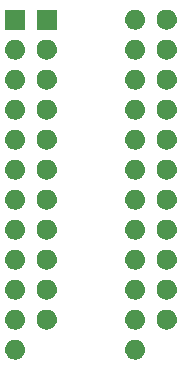
<source format=gbr>
G04 #@! TF.GenerationSoftware,KiCad,Pcbnew,(5.1.4)-1*
G04 #@! TF.CreationDate,2022-03-07T20:56:38-05:00*
G04 #@! TF.ProjectId,MB7074_to_MB7072,4d423730-3734-45f7-946f-5f4d42373037,rev?*
G04 #@! TF.SameCoordinates,Original*
G04 #@! TF.FileFunction,Soldermask,Bot*
G04 #@! TF.FilePolarity,Negative*
%FSLAX46Y46*%
G04 Gerber Fmt 4.6, Leading zero omitted, Abs format (unit mm)*
G04 Created by KiCad (PCBNEW (5.1.4)-1) date 2022-03-07 20:56:38*
%MOMM*%
%LPD*%
G04 APERTURE LIST*
%ADD10C,0.100000*%
G04 APERTURE END LIST*
D10*
G36*
X80826823Y-87676314D02*
G01*
X80987242Y-87724977D01*
X81119906Y-87795887D01*
X81135078Y-87803997D01*
X81264659Y-87910342D01*
X81371004Y-88039923D01*
X81371005Y-88039925D01*
X81450024Y-88187759D01*
X81498687Y-88348178D01*
X81515117Y-88515001D01*
X81498687Y-88681824D01*
X81450024Y-88842243D01*
X81379114Y-88974907D01*
X81371004Y-88990079D01*
X81264659Y-89119660D01*
X81135078Y-89226005D01*
X81135076Y-89226006D01*
X80987242Y-89305025D01*
X80826823Y-89353688D01*
X80701804Y-89366001D01*
X80618196Y-89366001D01*
X80493177Y-89353688D01*
X80332758Y-89305025D01*
X80184924Y-89226006D01*
X80184922Y-89226005D01*
X80055341Y-89119660D01*
X79948996Y-88990079D01*
X79940886Y-88974907D01*
X79869976Y-88842243D01*
X79821313Y-88681824D01*
X79804883Y-88515001D01*
X79821313Y-88348178D01*
X79869976Y-88187759D01*
X79948995Y-88039925D01*
X79948996Y-88039923D01*
X80055341Y-87910342D01*
X80184922Y-87803997D01*
X80200094Y-87795887D01*
X80332758Y-87724977D01*
X80493177Y-87676314D01*
X80618196Y-87664001D01*
X80701804Y-87664001D01*
X80826823Y-87676314D01*
X80826823Y-87676314D01*
G37*
G36*
X70666823Y-87676314D02*
G01*
X70827242Y-87724977D01*
X70959906Y-87795887D01*
X70975078Y-87803997D01*
X71104659Y-87910342D01*
X71211004Y-88039923D01*
X71211005Y-88039925D01*
X71290024Y-88187759D01*
X71338687Y-88348178D01*
X71355117Y-88515001D01*
X71338687Y-88681824D01*
X71290024Y-88842243D01*
X71219114Y-88974907D01*
X71211004Y-88990079D01*
X71104659Y-89119660D01*
X70975078Y-89226005D01*
X70975076Y-89226006D01*
X70827242Y-89305025D01*
X70666823Y-89353688D01*
X70541804Y-89366001D01*
X70458196Y-89366001D01*
X70333177Y-89353688D01*
X70172758Y-89305025D01*
X70024924Y-89226006D01*
X70024922Y-89226005D01*
X69895341Y-89119660D01*
X69788996Y-88990079D01*
X69780886Y-88974907D01*
X69709976Y-88842243D01*
X69661313Y-88681824D01*
X69644883Y-88515001D01*
X69661313Y-88348178D01*
X69709976Y-88187759D01*
X69788995Y-88039925D01*
X69788996Y-88039923D01*
X69895341Y-87910342D01*
X70024922Y-87803997D01*
X70040094Y-87795887D01*
X70172758Y-87724977D01*
X70333177Y-87676314D01*
X70458196Y-87664001D01*
X70541804Y-87664001D01*
X70666823Y-87676314D01*
X70666823Y-87676314D01*
G37*
G36*
X80826823Y-85136314D02*
G01*
X80987242Y-85184977D01*
X81119906Y-85255887D01*
X81135078Y-85263997D01*
X81264659Y-85370342D01*
X81371004Y-85499923D01*
X81371005Y-85499925D01*
X81450024Y-85647759D01*
X81498687Y-85808178D01*
X81515117Y-85975001D01*
X81498687Y-86141824D01*
X81450024Y-86302243D01*
X81379114Y-86434907D01*
X81371004Y-86450079D01*
X81264659Y-86579660D01*
X81135078Y-86686005D01*
X81135076Y-86686006D01*
X80987242Y-86765025D01*
X80826823Y-86813688D01*
X80701804Y-86826001D01*
X80618196Y-86826001D01*
X80493177Y-86813688D01*
X80332758Y-86765025D01*
X80184924Y-86686006D01*
X80184922Y-86686005D01*
X80055341Y-86579660D01*
X79948996Y-86450079D01*
X79940886Y-86434907D01*
X79869976Y-86302243D01*
X79821313Y-86141824D01*
X79804883Y-85975001D01*
X79821313Y-85808178D01*
X79869976Y-85647759D01*
X79948995Y-85499925D01*
X79948996Y-85499923D01*
X80055341Y-85370342D01*
X80184922Y-85263997D01*
X80200094Y-85255887D01*
X80332758Y-85184977D01*
X80493177Y-85136314D01*
X80618196Y-85124001D01*
X80701804Y-85124001D01*
X80826823Y-85136314D01*
X80826823Y-85136314D01*
G37*
G36*
X83501824Y-85136314D02*
G01*
X83662243Y-85184977D01*
X83794907Y-85255887D01*
X83810079Y-85263997D01*
X83939660Y-85370342D01*
X84046005Y-85499923D01*
X84046006Y-85499925D01*
X84125025Y-85647759D01*
X84173688Y-85808178D01*
X84190118Y-85975001D01*
X84173688Y-86141824D01*
X84125025Y-86302243D01*
X84054115Y-86434907D01*
X84046005Y-86450079D01*
X83939660Y-86579660D01*
X83810079Y-86686005D01*
X83810077Y-86686006D01*
X83662243Y-86765025D01*
X83501824Y-86813688D01*
X83376805Y-86826001D01*
X83293197Y-86826001D01*
X83168178Y-86813688D01*
X83007759Y-86765025D01*
X82859925Y-86686006D01*
X82859923Y-86686005D01*
X82730342Y-86579660D01*
X82623997Y-86450079D01*
X82615887Y-86434907D01*
X82544977Y-86302243D01*
X82496314Y-86141824D01*
X82479884Y-85975001D01*
X82496314Y-85808178D01*
X82544977Y-85647759D01*
X82623996Y-85499925D01*
X82623997Y-85499923D01*
X82730342Y-85370342D01*
X82859923Y-85263997D01*
X82875095Y-85255887D01*
X83007759Y-85184977D01*
X83168178Y-85136314D01*
X83293197Y-85124001D01*
X83376805Y-85124001D01*
X83501824Y-85136314D01*
X83501824Y-85136314D01*
G37*
G36*
X73341824Y-85136314D02*
G01*
X73502243Y-85184977D01*
X73634907Y-85255887D01*
X73650079Y-85263997D01*
X73779660Y-85370342D01*
X73886005Y-85499923D01*
X73886006Y-85499925D01*
X73965025Y-85647759D01*
X74013688Y-85808178D01*
X74030118Y-85975001D01*
X74013688Y-86141824D01*
X73965025Y-86302243D01*
X73894115Y-86434907D01*
X73886005Y-86450079D01*
X73779660Y-86579660D01*
X73650079Y-86686005D01*
X73650077Y-86686006D01*
X73502243Y-86765025D01*
X73341824Y-86813688D01*
X73216805Y-86826001D01*
X73133197Y-86826001D01*
X73008178Y-86813688D01*
X72847759Y-86765025D01*
X72699925Y-86686006D01*
X72699923Y-86686005D01*
X72570342Y-86579660D01*
X72463997Y-86450079D01*
X72455887Y-86434907D01*
X72384977Y-86302243D01*
X72336314Y-86141824D01*
X72319884Y-85975001D01*
X72336314Y-85808178D01*
X72384977Y-85647759D01*
X72463996Y-85499925D01*
X72463997Y-85499923D01*
X72570342Y-85370342D01*
X72699923Y-85263997D01*
X72715095Y-85255887D01*
X72847759Y-85184977D01*
X73008178Y-85136314D01*
X73133197Y-85124001D01*
X73216805Y-85124001D01*
X73341824Y-85136314D01*
X73341824Y-85136314D01*
G37*
G36*
X70666823Y-85136314D02*
G01*
X70827242Y-85184977D01*
X70959906Y-85255887D01*
X70975078Y-85263997D01*
X71104659Y-85370342D01*
X71211004Y-85499923D01*
X71211005Y-85499925D01*
X71290024Y-85647759D01*
X71338687Y-85808178D01*
X71355117Y-85975001D01*
X71338687Y-86141824D01*
X71290024Y-86302243D01*
X71219114Y-86434907D01*
X71211004Y-86450079D01*
X71104659Y-86579660D01*
X70975078Y-86686005D01*
X70975076Y-86686006D01*
X70827242Y-86765025D01*
X70666823Y-86813688D01*
X70541804Y-86826001D01*
X70458196Y-86826001D01*
X70333177Y-86813688D01*
X70172758Y-86765025D01*
X70024924Y-86686006D01*
X70024922Y-86686005D01*
X69895341Y-86579660D01*
X69788996Y-86450079D01*
X69780886Y-86434907D01*
X69709976Y-86302243D01*
X69661313Y-86141824D01*
X69644883Y-85975001D01*
X69661313Y-85808178D01*
X69709976Y-85647759D01*
X69788995Y-85499925D01*
X69788996Y-85499923D01*
X69895341Y-85370342D01*
X70024922Y-85263997D01*
X70040094Y-85255887D01*
X70172758Y-85184977D01*
X70333177Y-85136314D01*
X70458196Y-85124001D01*
X70541804Y-85124001D01*
X70666823Y-85136314D01*
X70666823Y-85136314D01*
G37*
G36*
X70666823Y-82596314D02*
G01*
X70827242Y-82644977D01*
X70959906Y-82715887D01*
X70975078Y-82723997D01*
X71104659Y-82830342D01*
X71211004Y-82959923D01*
X71211005Y-82959925D01*
X71290024Y-83107759D01*
X71338687Y-83268178D01*
X71355117Y-83435001D01*
X71338687Y-83601824D01*
X71290024Y-83762243D01*
X71219114Y-83894907D01*
X71211004Y-83910079D01*
X71104659Y-84039660D01*
X70975078Y-84146005D01*
X70975076Y-84146006D01*
X70827242Y-84225025D01*
X70666823Y-84273688D01*
X70541804Y-84286001D01*
X70458196Y-84286001D01*
X70333177Y-84273688D01*
X70172758Y-84225025D01*
X70024924Y-84146006D01*
X70024922Y-84146005D01*
X69895341Y-84039660D01*
X69788996Y-83910079D01*
X69780886Y-83894907D01*
X69709976Y-83762243D01*
X69661313Y-83601824D01*
X69644883Y-83435001D01*
X69661313Y-83268178D01*
X69709976Y-83107759D01*
X69788995Y-82959925D01*
X69788996Y-82959923D01*
X69895341Y-82830342D01*
X70024922Y-82723997D01*
X70040094Y-82715887D01*
X70172758Y-82644977D01*
X70333177Y-82596314D01*
X70458196Y-82584001D01*
X70541804Y-82584001D01*
X70666823Y-82596314D01*
X70666823Y-82596314D01*
G37*
G36*
X80826823Y-82596314D02*
G01*
X80987242Y-82644977D01*
X81119906Y-82715887D01*
X81135078Y-82723997D01*
X81264659Y-82830342D01*
X81371004Y-82959923D01*
X81371005Y-82959925D01*
X81450024Y-83107759D01*
X81498687Y-83268178D01*
X81515117Y-83435001D01*
X81498687Y-83601824D01*
X81450024Y-83762243D01*
X81379114Y-83894907D01*
X81371004Y-83910079D01*
X81264659Y-84039660D01*
X81135078Y-84146005D01*
X81135076Y-84146006D01*
X80987242Y-84225025D01*
X80826823Y-84273688D01*
X80701804Y-84286001D01*
X80618196Y-84286001D01*
X80493177Y-84273688D01*
X80332758Y-84225025D01*
X80184924Y-84146006D01*
X80184922Y-84146005D01*
X80055341Y-84039660D01*
X79948996Y-83910079D01*
X79940886Y-83894907D01*
X79869976Y-83762243D01*
X79821313Y-83601824D01*
X79804883Y-83435001D01*
X79821313Y-83268178D01*
X79869976Y-83107759D01*
X79948995Y-82959925D01*
X79948996Y-82959923D01*
X80055341Y-82830342D01*
X80184922Y-82723997D01*
X80200094Y-82715887D01*
X80332758Y-82644977D01*
X80493177Y-82596314D01*
X80618196Y-82584001D01*
X80701804Y-82584001D01*
X80826823Y-82596314D01*
X80826823Y-82596314D01*
G37*
G36*
X83501824Y-82596314D02*
G01*
X83662243Y-82644977D01*
X83794907Y-82715887D01*
X83810079Y-82723997D01*
X83939660Y-82830342D01*
X84046005Y-82959923D01*
X84046006Y-82959925D01*
X84125025Y-83107759D01*
X84173688Y-83268178D01*
X84190118Y-83435001D01*
X84173688Y-83601824D01*
X84125025Y-83762243D01*
X84054115Y-83894907D01*
X84046005Y-83910079D01*
X83939660Y-84039660D01*
X83810079Y-84146005D01*
X83810077Y-84146006D01*
X83662243Y-84225025D01*
X83501824Y-84273688D01*
X83376805Y-84286001D01*
X83293197Y-84286001D01*
X83168178Y-84273688D01*
X83007759Y-84225025D01*
X82859925Y-84146006D01*
X82859923Y-84146005D01*
X82730342Y-84039660D01*
X82623997Y-83910079D01*
X82615887Y-83894907D01*
X82544977Y-83762243D01*
X82496314Y-83601824D01*
X82479884Y-83435001D01*
X82496314Y-83268178D01*
X82544977Y-83107759D01*
X82623996Y-82959925D01*
X82623997Y-82959923D01*
X82730342Y-82830342D01*
X82859923Y-82723997D01*
X82875095Y-82715887D01*
X83007759Y-82644977D01*
X83168178Y-82596314D01*
X83293197Y-82584001D01*
X83376805Y-82584001D01*
X83501824Y-82596314D01*
X83501824Y-82596314D01*
G37*
G36*
X73341824Y-82596314D02*
G01*
X73502243Y-82644977D01*
X73634907Y-82715887D01*
X73650079Y-82723997D01*
X73779660Y-82830342D01*
X73886005Y-82959923D01*
X73886006Y-82959925D01*
X73965025Y-83107759D01*
X74013688Y-83268178D01*
X74030118Y-83435001D01*
X74013688Y-83601824D01*
X73965025Y-83762243D01*
X73894115Y-83894907D01*
X73886005Y-83910079D01*
X73779660Y-84039660D01*
X73650079Y-84146005D01*
X73650077Y-84146006D01*
X73502243Y-84225025D01*
X73341824Y-84273688D01*
X73216805Y-84286001D01*
X73133197Y-84286001D01*
X73008178Y-84273688D01*
X72847759Y-84225025D01*
X72699925Y-84146006D01*
X72699923Y-84146005D01*
X72570342Y-84039660D01*
X72463997Y-83910079D01*
X72455887Y-83894907D01*
X72384977Y-83762243D01*
X72336314Y-83601824D01*
X72319884Y-83435001D01*
X72336314Y-83268178D01*
X72384977Y-83107759D01*
X72463996Y-82959925D01*
X72463997Y-82959923D01*
X72570342Y-82830342D01*
X72699923Y-82723997D01*
X72715095Y-82715887D01*
X72847759Y-82644977D01*
X73008178Y-82596314D01*
X73133197Y-82584001D01*
X73216805Y-82584001D01*
X73341824Y-82596314D01*
X73341824Y-82596314D01*
G37*
G36*
X80826823Y-80056314D02*
G01*
X80987242Y-80104977D01*
X81119906Y-80175887D01*
X81135078Y-80183997D01*
X81264659Y-80290342D01*
X81371004Y-80419923D01*
X81371005Y-80419925D01*
X81450024Y-80567759D01*
X81498687Y-80728178D01*
X81515117Y-80895001D01*
X81498687Y-81061824D01*
X81450024Y-81222243D01*
X81379114Y-81354907D01*
X81371004Y-81370079D01*
X81264659Y-81499660D01*
X81135078Y-81606005D01*
X81135076Y-81606006D01*
X80987242Y-81685025D01*
X80826823Y-81733688D01*
X80701804Y-81746001D01*
X80618196Y-81746001D01*
X80493177Y-81733688D01*
X80332758Y-81685025D01*
X80184924Y-81606006D01*
X80184922Y-81606005D01*
X80055341Y-81499660D01*
X79948996Y-81370079D01*
X79940886Y-81354907D01*
X79869976Y-81222243D01*
X79821313Y-81061824D01*
X79804883Y-80895001D01*
X79821313Y-80728178D01*
X79869976Y-80567759D01*
X79948995Y-80419925D01*
X79948996Y-80419923D01*
X80055341Y-80290342D01*
X80184922Y-80183997D01*
X80200094Y-80175887D01*
X80332758Y-80104977D01*
X80493177Y-80056314D01*
X80618196Y-80044001D01*
X80701804Y-80044001D01*
X80826823Y-80056314D01*
X80826823Y-80056314D01*
G37*
G36*
X73341824Y-80056314D02*
G01*
X73502243Y-80104977D01*
X73634907Y-80175887D01*
X73650079Y-80183997D01*
X73779660Y-80290342D01*
X73886005Y-80419923D01*
X73886006Y-80419925D01*
X73965025Y-80567759D01*
X74013688Y-80728178D01*
X74030118Y-80895001D01*
X74013688Y-81061824D01*
X73965025Y-81222243D01*
X73894115Y-81354907D01*
X73886005Y-81370079D01*
X73779660Y-81499660D01*
X73650079Y-81606005D01*
X73650077Y-81606006D01*
X73502243Y-81685025D01*
X73341824Y-81733688D01*
X73216805Y-81746001D01*
X73133197Y-81746001D01*
X73008178Y-81733688D01*
X72847759Y-81685025D01*
X72699925Y-81606006D01*
X72699923Y-81606005D01*
X72570342Y-81499660D01*
X72463997Y-81370079D01*
X72455887Y-81354907D01*
X72384977Y-81222243D01*
X72336314Y-81061824D01*
X72319884Y-80895001D01*
X72336314Y-80728178D01*
X72384977Y-80567759D01*
X72463996Y-80419925D01*
X72463997Y-80419923D01*
X72570342Y-80290342D01*
X72699923Y-80183997D01*
X72715095Y-80175887D01*
X72847759Y-80104977D01*
X73008178Y-80056314D01*
X73133197Y-80044001D01*
X73216805Y-80044001D01*
X73341824Y-80056314D01*
X73341824Y-80056314D01*
G37*
G36*
X83501824Y-80056314D02*
G01*
X83662243Y-80104977D01*
X83794907Y-80175887D01*
X83810079Y-80183997D01*
X83939660Y-80290342D01*
X84046005Y-80419923D01*
X84046006Y-80419925D01*
X84125025Y-80567759D01*
X84173688Y-80728178D01*
X84190118Y-80895001D01*
X84173688Y-81061824D01*
X84125025Y-81222243D01*
X84054115Y-81354907D01*
X84046005Y-81370079D01*
X83939660Y-81499660D01*
X83810079Y-81606005D01*
X83810077Y-81606006D01*
X83662243Y-81685025D01*
X83501824Y-81733688D01*
X83376805Y-81746001D01*
X83293197Y-81746001D01*
X83168178Y-81733688D01*
X83007759Y-81685025D01*
X82859925Y-81606006D01*
X82859923Y-81606005D01*
X82730342Y-81499660D01*
X82623997Y-81370079D01*
X82615887Y-81354907D01*
X82544977Y-81222243D01*
X82496314Y-81061824D01*
X82479884Y-80895001D01*
X82496314Y-80728178D01*
X82544977Y-80567759D01*
X82623996Y-80419925D01*
X82623997Y-80419923D01*
X82730342Y-80290342D01*
X82859923Y-80183997D01*
X82875095Y-80175887D01*
X83007759Y-80104977D01*
X83168178Y-80056314D01*
X83293197Y-80044001D01*
X83376805Y-80044001D01*
X83501824Y-80056314D01*
X83501824Y-80056314D01*
G37*
G36*
X70666823Y-80056314D02*
G01*
X70827242Y-80104977D01*
X70959906Y-80175887D01*
X70975078Y-80183997D01*
X71104659Y-80290342D01*
X71211004Y-80419923D01*
X71211005Y-80419925D01*
X71290024Y-80567759D01*
X71338687Y-80728178D01*
X71355117Y-80895001D01*
X71338687Y-81061824D01*
X71290024Y-81222243D01*
X71219114Y-81354907D01*
X71211004Y-81370079D01*
X71104659Y-81499660D01*
X70975078Y-81606005D01*
X70975076Y-81606006D01*
X70827242Y-81685025D01*
X70666823Y-81733688D01*
X70541804Y-81746001D01*
X70458196Y-81746001D01*
X70333177Y-81733688D01*
X70172758Y-81685025D01*
X70024924Y-81606006D01*
X70024922Y-81606005D01*
X69895341Y-81499660D01*
X69788996Y-81370079D01*
X69780886Y-81354907D01*
X69709976Y-81222243D01*
X69661313Y-81061824D01*
X69644883Y-80895001D01*
X69661313Y-80728178D01*
X69709976Y-80567759D01*
X69788995Y-80419925D01*
X69788996Y-80419923D01*
X69895341Y-80290342D01*
X70024922Y-80183997D01*
X70040094Y-80175887D01*
X70172758Y-80104977D01*
X70333177Y-80056314D01*
X70458196Y-80044001D01*
X70541804Y-80044001D01*
X70666823Y-80056314D01*
X70666823Y-80056314D01*
G37*
G36*
X80826823Y-77516314D02*
G01*
X80987242Y-77564977D01*
X81119906Y-77635887D01*
X81135078Y-77643997D01*
X81264659Y-77750342D01*
X81371004Y-77879923D01*
X81371005Y-77879925D01*
X81450024Y-78027759D01*
X81498687Y-78188178D01*
X81515117Y-78355001D01*
X81498687Y-78521824D01*
X81450024Y-78682243D01*
X81379114Y-78814907D01*
X81371004Y-78830079D01*
X81264659Y-78959660D01*
X81135078Y-79066005D01*
X81135076Y-79066006D01*
X80987242Y-79145025D01*
X80826823Y-79193688D01*
X80701804Y-79206001D01*
X80618196Y-79206001D01*
X80493177Y-79193688D01*
X80332758Y-79145025D01*
X80184924Y-79066006D01*
X80184922Y-79066005D01*
X80055341Y-78959660D01*
X79948996Y-78830079D01*
X79940886Y-78814907D01*
X79869976Y-78682243D01*
X79821313Y-78521824D01*
X79804883Y-78355001D01*
X79821313Y-78188178D01*
X79869976Y-78027759D01*
X79948995Y-77879925D01*
X79948996Y-77879923D01*
X80055341Y-77750342D01*
X80184922Y-77643997D01*
X80200094Y-77635887D01*
X80332758Y-77564977D01*
X80493177Y-77516314D01*
X80618196Y-77504001D01*
X80701804Y-77504001D01*
X80826823Y-77516314D01*
X80826823Y-77516314D01*
G37*
G36*
X73341824Y-77516314D02*
G01*
X73502243Y-77564977D01*
X73634907Y-77635887D01*
X73650079Y-77643997D01*
X73779660Y-77750342D01*
X73886005Y-77879923D01*
X73886006Y-77879925D01*
X73965025Y-78027759D01*
X74013688Y-78188178D01*
X74030118Y-78355001D01*
X74013688Y-78521824D01*
X73965025Y-78682243D01*
X73894115Y-78814907D01*
X73886005Y-78830079D01*
X73779660Y-78959660D01*
X73650079Y-79066005D01*
X73650077Y-79066006D01*
X73502243Y-79145025D01*
X73341824Y-79193688D01*
X73216805Y-79206001D01*
X73133197Y-79206001D01*
X73008178Y-79193688D01*
X72847759Y-79145025D01*
X72699925Y-79066006D01*
X72699923Y-79066005D01*
X72570342Y-78959660D01*
X72463997Y-78830079D01*
X72455887Y-78814907D01*
X72384977Y-78682243D01*
X72336314Y-78521824D01*
X72319884Y-78355001D01*
X72336314Y-78188178D01*
X72384977Y-78027759D01*
X72463996Y-77879925D01*
X72463997Y-77879923D01*
X72570342Y-77750342D01*
X72699923Y-77643997D01*
X72715095Y-77635887D01*
X72847759Y-77564977D01*
X73008178Y-77516314D01*
X73133197Y-77504001D01*
X73216805Y-77504001D01*
X73341824Y-77516314D01*
X73341824Y-77516314D01*
G37*
G36*
X83501824Y-77516314D02*
G01*
X83662243Y-77564977D01*
X83794907Y-77635887D01*
X83810079Y-77643997D01*
X83939660Y-77750342D01*
X84046005Y-77879923D01*
X84046006Y-77879925D01*
X84125025Y-78027759D01*
X84173688Y-78188178D01*
X84190118Y-78355001D01*
X84173688Y-78521824D01*
X84125025Y-78682243D01*
X84054115Y-78814907D01*
X84046005Y-78830079D01*
X83939660Y-78959660D01*
X83810079Y-79066005D01*
X83810077Y-79066006D01*
X83662243Y-79145025D01*
X83501824Y-79193688D01*
X83376805Y-79206001D01*
X83293197Y-79206001D01*
X83168178Y-79193688D01*
X83007759Y-79145025D01*
X82859925Y-79066006D01*
X82859923Y-79066005D01*
X82730342Y-78959660D01*
X82623997Y-78830079D01*
X82615887Y-78814907D01*
X82544977Y-78682243D01*
X82496314Y-78521824D01*
X82479884Y-78355001D01*
X82496314Y-78188178D01*
X82544977Y-78027759D01*
X82623996Y-77879925D01*
X82623997Y-77879923D01*
X82730342Y-77750342D01*
X82859923Y-77643997D01*
X82875095Y-77635887D01*
X83007759Y-77564977D01*
X83168178Y-77516314D01*
X83293197Y-77504001D01*
X83376805Y-77504001D01*
X83501824Y-77516314D01*
X83501824Y-77516314D01*
G37*
G36*
X70666823Y-77516314D02*
G01*
X70827242Y-77564977D01*
X70959906Y-77635887D01*
X70975078Y-77643997D01*
X71104659Y-77750342D01*
X71211004Y-77879923D01*
X71211005Y-77879925D01*
X71290024Y-78027759D01*
X71338687Y-78188178D01*
X71355117Y-78355001D01*
X71338687Y-78521824D01*
X71290024Y-78682243D01*
X71219114Y-78814907D01*
X71211004Y-78830079D01*
X71104659Y-78959660D01*
X70975078Y-79066005D01*
X70975076Y-79066006D01*
X70827242Y-79145025D01*
X70666823Y-79193688D01*
X70541804Y-79206001D01*
X70458196Y-79206001D01*
X70333177Y-79193688D01*
X70172758Y-79145025D01*
X70024924Y-79066006D01*
X70024922Y-79066005D01*
X69895341Y-78959660D01*
X69788996Y-78830079D01*
X69780886Y-78814907D01*
X69709976Y-78682243D01*
X69661313Y-78521824D01*
X69644883Y-78355001D01*
X69661313Y-78188178D01*
X69709976Y-78027759D01*
X69788995Y-77879925D01*
X69788996Y-77879923D01*
X69895341Y-77750342D01*
X70024922Y-77643997D01*
X70040094Y-77635887D01*
X70172758Y-77564977D01*
X70333177Y-77516314D01*
X70458196Y-77504001D01*
X70541804Y-77504001D01*
X70666823Y-77516314D01*
X70666823Y-77516314D01*
G37*
G36*
X70666823Y-74976314D02*
G01*
X70827242Y-75024977D01*
X70959906Y-75095887D01*
X70975078Y-75103997D01*
X71104659Y-75210342D01*
X71211004Y-75339923D01*
X71211005Y-75339925D01*
X71290024Y-75487759D01*
X71338687Y-75648178D01*
X71355117Y-75815001D01*
X71338687Y-75981824D01*
X71290024Y-76142243D01*
X71219114Y-76274907D01*
X71211004Y-76290079D01*
X71104659Y-76419660D01*
X70975078Y-76526005D01*
X70975076Y-76526006D01*
X70827242Y-76605025D01*
X70666823Y-76653688D01*
X70541804Y-76666001D01*
X70458196Y-76666001D01*
X70333177Y-76653688D01*
X70172758Y-76605025D01*
X70024924Y-76526006D01*
X70024922Y-76526005D01*
X69895341Y-76419660D01*
X69788996Y-76290079D01*
X69780886Y-76274907D01*
X69709976Y-76142243D01*
X69661313Y-75981824D01*
X69644883Y-75815001D01*
X69661313Y-75648178D01*
X69709976Y-75487759D01*
X69788995Y-75339925D01*
X69788996Y-75339923D01*
X69895341Y-75210342D01*
X70024922Y-75103997D01*
X70040094Y-75095887D01*
X70172758Y-75024977D01*
X70333177Y-74976314D01*
X70458196Y-74964001D01*
X70541804Y-74964001D01*
X70666823Y-74976314D01*
X70666823Y-74976314D01*
G37*
G36*
X80826823Y-74976314D02*
G01*
X80987242Y-75024977D01*
X81119906Y-75095887D01*
X81135078Y-75103997D01*
X81264659Y-75210342D01*
X81371004Y-75339923D01*
X81371005Y-75339925D01*
X81450024Y-75487759D01*
X81498687Y-75648178D01*
X81515117Y-75815001D01*
X81498687Y-75981824D01*
X81450024Y-76142243D01*
X81379114Y-76274907D01*
X81371004Y-76290079D01*
X81264659Y-76419660D01*
X81135078Y-76526005D01*
X81135076Y-76526006D01*
X80987242Y-76605025D01*
X80826823Y-76653688D01*
X80701804Y-76666001D01*
X80618196Y-76666001D01*
X80493177Y-76653688D01*
X80332758Y-76605025D01*
X80184924Y-76526006D01*
X80184922Y-76526005D01*
X80055341Y-76419660D01*
X79948996Y-76290079D01*
X79940886Y-76274907D01*
X79869976Y-76142243D01*
X79821313Y-75981824D01*
X79804883Y-75815001D01*
X79821313Y-75648178D01*
X79869976Y-75487759D01*
X79948995Y-75339925D01*
X79948996Y-75339923D01*
X80055341Y-75210342D01*
X80184922Y-75103997D01*
X80200094Y-75095887D01*
X80332758Y-75024977D01*
X80493177Y-74976314D01*
X80618196Y-74964001D01*
X80701804Y-74964001D01*
X80826823Y-74976314D01*
X80826823Y-74976314D01*
G37*
G36*
X83501824Y-74976314D02*
G01*
X83662243Y-75024977D01*
X83794907Y-75095887D01*
X83810079Y-75103997D01*
X83939660Y-75210342D01*
X84046005Y-75339923D01*
X84046006Y-75339925D01*
X84125025Y-75487759D01*
X84173688Y-75648178D01*
X84190118Y-75815001D01*
X84173688Y-75981824D01*
X84125025Y-76142243D01*
X84054115Y-76274907D01*
X84046005Y-76290079D01*
X83939660Y-76419660D01*
X83810079Y-76526005D01*
X83810077Y-76526006D01*
X83662243Y-76605025D01*
X83501824Y-76653688D01*
X83376805Y-76666001D01*
X83293197Y-76666001D01*
X83168178Y-76653688D01*
X83007759Y-76605025D01*
X82859925Y-76526006D01*
X82859923Y-76526005D01*
X82730342Y-76419660D01*
X82623997Y-76290079D01*
X82615887Y-76274907D01*
X82544977Y-76142243D01*
X82496314Y-75981824D01*
X82479884Y-75815001D01*
X82496314Y-75648178D01*
X82544977Y-75487759D01*
X82623996Y-75339925D01*
X82623997Y-75339923D01*
X82730342Y-75210342D01*
X82859923Y-75103997D01*
X82875095Y-75095887D01*
X83007759Y-75024977D01*
X83168178Y-74976314D01*
X83293197Y-74964001D01*
X83376805Y-74964001D01*
X83501824Y-74976314D01*
X83501824Y-74976314D01*
G37*
G36*
X73341824Y-74976314D02*
G01*
X73502243Y-75024977D01*
X73634907Y-75095887D01*
X73650079Y-75103997D01*
X73779660Y-75210342D01*
X73886005Y-75339923D01*
X73886006Y-75339925D01*
X73965025Y-75487759D01*
X74013688Y-75648178D01*
X74030118Y-75815001D01*
X74013688Y-75981824D01*
X73965025Y-76142243D01*
X73894115Y-76274907D01*
X73886005Y-76290079D01*
X73779660Y-76419660D01*
X73650079Y-76526005D01*
X73650077Y-76526006D01*
X73502243Y-76605025D01*
X73341824Y-76653688D01*
X73216805Y-76666001D01*
X73133197Y-76666001D01*
X73008178Y-76653688D01*
X72847759Y-76605025D01*
X72699925Y-76526006D01*
X72699923Y-76526005D01*
X72570342Y-76419660D01*
X72463997Y-76290079D01*
X72455887Y-76274907D01*
X72384977Y-76142243D01*
X72336314Y-75981824D01*
X72319884Y-75815001D01*
X72336314Y-75648178D01*
X72384977Y-75487759D01*
X72463996Y-75339925D01*
X72463997Y-75339923D01*
X72570342Y-75210342D01*
X72699923Y-75103997D01*
X72715095Y-75095887D01*
X72847759Y-75024977D01*
X73008178Y-74976314D01*
X73133197Y-74964001D01*
X73216805Y-74964001D01*
X73341824Y-74976314D01*
X73341824Y-74976314D01*
G37*
G36*
X83501824Y-72436314D02*
G01*
X83662243Y-72484977D01*
X83794907Y-72555887D01*
X83810079Y-72563997D01*
X83939660Y-72670342D01*
X84046005Y-72799923D01*
X84046006Y-72799925D01*
X84125025Y-72947759D01*
X84173688Y-73108178D01*
X84190118Y-73275001D01*
X84173688Y-73441824D01*
X84125025Y-73602243D01*
X84054115Y-73734907D01*
X84046005Y-73750079D01*
X83939660Y-73879660D01*
X83810079Y-73986005D01*
X83810077Y-73986006D01*
X83662243Y-74065025D01*
X83501824Y-74113688D01*
X83376805Y-74126001D01*
X83293197Y-74126001D01*
X83168178Y-74113688D01*
X83007759Y-74065025D01*
X82859925Y-73986006D01*
X82859923Y-73986005D01*
X82730342Y-73879660D01*
X82623997Y-73750079D01*
X82615887Y-73734907D01*
X82544977Y-73602243D01*
X82496314Y-73441824D01*
X82479884Y-73275001D01*
X82496314Y-73108178D01*
X82544977Y-72947759D01*
X82623996Y-72799925D01*
X82623997Y-72799923D01*
X82730342Y-72670342D01*
X82859923Y-72563997D01*
X82875095Y-72555887D01*
X83007759Y-72484977D01*
X83168178Y-72436314D01*
X83293197Y-72424001D01*
X83376805Y-72424001D01*
X83501824Y-72436314D01*
X83501824Y-72436314D01*
G37*
G36*
X70666823Y-72436314D02*
G01*
X70827242Y-72484977D01*
X70959906Y-72555887D01*
X70975078Y-72563997D01*
X71104659Y-72670342D01*
X71211004Y-72799923D01*
X71211005Y-72799925D01*
X71290024Y-72947759D01*
X71338687Y-73108178D01*
X71355117Y-73275001D01*
X71338687Y-73441824D01*
X71290024Y-73602243D01*
X71219114Y-73734907D01*
X71211004Y-73750079D01*
X71104659Y-73879660D01*
X70975078Y-73986005D01*
X70975076Y-73986006D01*
X70827242Y-74065025D01*
X70666823Y-74113688D01*
X70541804Y-74126001D01*
X70458196Y-74126001D01*
X70333177Y-74113688D01*
X70172758Y-74065025D01*
X70024924Y-73986006D01*
X70024922Y-73986005D01*
X69895341Y-73879660D01*
X69788996Y-73750079D01*
X69780886Y-73734907D01*
X69709976Y-73602243D01*
X69661313Y-73441824D01*
X69644883Y-73275001D01*
X69661313Y-73108178D01*
X69709976Y-72947759D01*
X69788995Y-72799925D01*
X69788996Y-72799923D01*
X69895341Y-72670342D01*
X70024922Y-72563997D01*
X70040094Y-72555887D01*
X70172758Y-72484977D01*
X70333177Y-72436314D01*
X70458196Y-72424001D01*
X70541804Y-72424001D01*
X70666823Y-72436314D01*
X70666823Y-72436314D01*
G37*
G36*
X80826823Y-72436314D02*
G01*
X80987242Y-72484977D01*
X81119906Y-72555887D01*
X81135078Y-72563997D01*
X81264659Y-72670342D01*
X81371004Y-72799923D01*
X81371005Y-72799925D01*
X81450024Y-72947759D01*
X81498687Y-73108178D01*
X81515117Y-73275001D01*
X81498687Y-73441824D01*
X81450024Y-73602243D01*
X81379114Y-73734907D01*
X81371004Y-73750079D01*
X81264659Y-73879660D01*
X81135078Y-73986005D01*
X81135076Y-73986006D01*
X80987242Y-74065025D01*
X80826823Y-74113688D01*
X80701804Y-74126001D01*
X80618196Y-74126001D01*
X80493177Y-74113688D01*
X80332758Y-74065025D01*
X80184924Y-73986006D01*
X80184922Y-73986005D01*
X80055341Y-73879660D01*
X79948996Y-73750079D01*
X79940886Y-73734907D01*
X79869976Y-73602243D01*
X79821313Y-73441824D01*
X79804883Y-73275001D01*
X79821313Y-73108178D01*
X79869976Y-72947759D01*
X79948995Y-72799925D01*
X79948996Y-72799923D01*
X80055341Y-72670342D01*
X80184922Y-72563997D01*
X80200094Y-72555887D01*
X80332758Y-72484977D01*
X80493177Y-72436314D01*
X80618196Y-72424001D01*
X80701804Y-72424001D01*
X80826823Y-72436314D01*
X80826823Y-72436314D01*
G37*
G36*
X73341824Y-72436314D02*
G01*
X73502243Y-72484977D01*
X73634907Y-72555887D01*
X73650079Y-72563997D01*
X73779660Y-72670342D01*
X73886005Y-72799923D01*
X73886006Y-72799925D01*
X73965025Y-72947759D01*
X74013688Y-73108178D01*
X74030118Y-73275001D01*
X74013688Y-73441824D01*
X73965025Y-73602243D01*
X73894115Y-73734907D01*
X73886005Y-73750079D01*
X73779660Y-73879660D01*
X73650079Y-73986005D01*
X73650077Y-73986006D01*
X73502243Y-74065025D01*
X73341824Y-74113688D01*
X73216805Y-74126001D01*
X73133197Y-74126001D01*
X73008178Y-74113688D01*
X72847759Y-74065025D01*
X72699925Y-73986006D01*
X72699923Y-73986005D01*
X72570342Y-73879660D01*
X72463997Y-73750079D01*
X72455887Y-73734907D01*
X72384977Y-73602243D01*
X72336314Y-73441824D01*
X72319884Y-73275001D01*
X72336314Y-73108178D01*
X72384977Y-72947759D01*
X72463996Y-72799925D01*
X72463997Y-72799923D01*
X72570342Y-72670342D01*
X72699923Y-72563997D01*
X72715095Y-72555887D01*
X72847759Y-72484977D01*
X73008178Y-72436314D01*
X73133197Y-72424001D01*
X73216805Y-72424001D01*
X73341824Y-72436314D01*
X73341824Y-72436314D01*
G37*
G36*
X70666823Y-69896314D02*
G01*
X70827242Y-69944977D01*
X70959906Y-70015887D01*
X70975078Y-70023997D01*
X71104659Y-70130342D01*
X71211004Y-70259923D01*
X71211005Y-70259925D01*
X71290024Y-70407759D01*
X71338687Y-70568178D01*
X71355117Y-70735001D01*
X71338687Y-70901824D01*
X71290024Y-71062243D01*
X71219114Y-71194907D01*
X71211004Y-71210079D01*
X71104659Y-71339660D01*
X70975078Y-71446005D01*
X70975076Y-71446006D01*
X70827242Y-71525025D01*
X70666823Y-71573688D01*
X70541804Y-71586001D01*
X70458196Y-71586001D01*
X70333177Y-71573688D01*
X70172758Y-71525025D01*
X70024924Y-71446006D01*
X70024922Y-71446005D01*
X69895341Y-71339660D01*
X69788996Y-71210079D01*
X69780886Y-71194907D01*
X69709976Y-71062243D01*
X69661313Y-70901824D01*
X69644883Y-70735001D01*
X69661313Y-70568178D01*
X69709976Y-70407759D01*
X69788995Y-70259925D01*
X69788996Y-70259923D01*
X69895341Y-70130342D01*
X70024922Y-70023997D01*
X70040094Y-70015887D01*
X70172758Y-69944977D01*
X70333177Y-69896314D01*
X70458196Y-69884001D01*
X70541804Y-69884001D01*
X70666823Y-69896314D01*
X70666823Y-69896314D01*
G37*
G36*
X80826823Y-69896314D02*
G01*
X80987242Y-69944977D01*
X81119906Y-70015887D01*
X81135078Y-70023997D01*
X81264659Y-70130342D01*
X81371004Y-70259923D01*
X81371005Y-70259925D01*
X81450024Y-70407759D01*
X81498687Y-70568178D01*
X81515117Y-70735001D01*
X81498687Y-70901824D01*
X81450024Y-71062243D01*
X81379114Y-71194907D01*
X81371004Y-71210079D01*
X81264659Y-71339660D01*
X81135078Y-71446005D01*
X81135076Y-71446006D01*
X80987242Y-71525025D01*
X80826823Y-71573688D01*
X80701804Y-71586001D01*
X80618196Y-71586001D01*
X80493177Y-71573688D01*
X80332758Y-71525025D01*
X80184924Y-71446006D01*
X80184922Y-71446005D01*
X80055341Y-71339660D01*
X79948996Y-71210079D01*
X79940886Y-71194907D01*
X79869976Y-71062243D01*
X79821313Y-70901824D01*
X79804883Y-70735001D01*
X79821313Y-70568178D01*
X79869976Y-70407759D01*
X79948995Y-70259925D01*
X79948996Y-70259923D01*
X80055341Y-70130342D01*
X80184922Y-70023997D01*
X80200094Y-70015887D01*
X80332758Y-69944977D01*
X80493177Y-69896314D01*
X80618196Y-69884001D01*
X80701804Y-69884001D01*
X80826823Y-69896314D01*
X80826823Y-69896314D01*
G37*
G36*
X73341824Y-69896314D02*
G01*
X73502243Y-69944977D01*
X73634907Y-70015887D01*
X73650079Y-70023997D01*
X73779660Y-70130342D01*
X73886005Y-70259923D01*
X73886006Y-70259925D01*
X73965025Y-70407759D01*
X74013688Y-70568178D01*
X74030118Y-70735001D01*
X74013688Y-70901824D01*
X73965025Y-71062243D01*
X73894115Y-71194907D01*
X73886005Y-71210079D01*
X73779660Y-71339660D01*
X73650079Y-71446005D01*
X73650077Y-71446006D01*
X73502243Y-71525025D01*
X73341824Y-71573688D01*
X73216805Y-71586001D01*
X73133197Y-71586001D01*
X73008178Y-71573688D01*
X72847759Y-71525025D01*
X72699925Y-71446006D01*
X72699923Y-71446005D01*
X72570342Y-71339660D01*
X72463997Y-71210079D01*
X72455887Y-71194907D01*
X72384977Y-71062243D01*
X72336314Y-70901824D01*
X72319884Y-70735001D01*
X72336314Y-70568178D01*
X72384977Y-70407759D01*
X72463996Y-70259925D01*
X72463997Y-70259923D01*
X72570342Y-70130342D01*
X72699923Y-70023997D01*
X72715095Y-70015887D01*
X72847759Y-69944977D01*
X73008178Y-69896314D01*
X73133197Y-69884001D01*
X73216805Y-69884001D01*
X73341824Y-69896314D01*
X73341824Y-69896314D01*
G37*
G36*
X83501824Y-69896314D02*
G01*
X83662243Y-69944977D01*
X83794907Y-70015887D01*
X83810079Y-70023997D01*
X83939660Y-70130342D01*
X84046005Y-70259923D01*
X84046006Y-70259925D01*
X84125025Y-70407759D01*
X84173688Y-70568178D01*
X84190118Y-70735001D01*
X84173688Y-70901824D01*
X84125025Y-71062243D01*
X84054115Y-71194907D01*
X84046005Y-71210079D01*
X83939660Y-71339660D01*
X83810079Y-71446005D01*
X83810077Y-71446006D01*
X83662243Y-71525025D01*
X83501824Y-71573688D01*
X83376805Y-71586001D01*
X83293197Y-71586001D01*
X83168178Y-71573688D01*
X83007759Y-71525025D01*
X82859925Y-71446006D01*
X82859923Y-71446005D01*
X82730342Y-71339660D01*
X82623997Y-71210079D01*
X82615887Y-71194907D01*
X82544977Y-71062243D01*
X82496314Y-70901824D01*
X82479884Y-70735001D01*
X82496314Y-70568178D01*
X82544977Y-70407759D01*
X82623996Y-70259925D01*
X82623997Y-70259923D01*
X82730342Y-70130342D01*
X82859923Y-70023997D01*
X82875095Y-70015887D01*
X83007759Y-69944977D01*
X83168178Y-69896314D01*
X83293197Y-69884001D01*
X83376805Y-69884001D01*
X83501824Y-69896314D01*
X83501824Y-69896314D01*
G37*
G36*
X83501824Y-67356314D02*
G01*
X83662243Y-67404977D01*
X83794907Y-67475887D01*
X83810079Y-67483997D01*
X83939660Y-67590342D01*
X84046005Y-67719923D01*
X84046006Y-67719925D01*
X84125025Y-67867759D01*
X84173688Y-68028178D01*
X84190118Y-68195001D01*
X84173688Y-68361824D01*
X84125025Y-68522243D01*
X84054115Y-68654907D01*
X84046005Y-68670079D01*
X83939660Y-68799660D01*
X83810079Y-68906005D01*
X83810077Y-68906006D01*
X83662243Y-68985025D01*
X83501824Y-69033688D01*
X83376805Y-69046001D01*
X83293197Y-69046001D01*
X83168178Y-69033688D01*
X83007759Y-68985025D01*
X82859925Y-68906006D01*
X82859923Y-68906005D01*
X82730342Y-68799660D01*
X82623997Y-68670079D01*
X82615887Y-68654907D01*
X82544977Y-68522243D01*
X82496314Y-68361824D01*
X82479884Y-68195001D01*
X82496314Y-68028178D01*
X82544977Y-67867759D01*
X82623996Y-67719925D01*
X82623997Y-67719923D01*
X82730342Y-67590342D01*
X82859923Y-67483997D01*
X82875095Y-67475887D01*
X83007759Y-67404977D01*
X83168178Y-67356314D01*
X83293197Y-67344001D01*
X83376805Y-67344001D01*
X83501824Y-67356314D01*
X83501824Y-67356314D01*
G37*
G36*
X73341824Y-67356314D02*
G01*
X73502243Y-67404977D01*
X73634907Y-67475887D01*
X73650079Y-67483997D01*
X73779660Y-67590342D01*
X73886005Y-67719923D01*
X73886006Y-67719925D01*
X73965025Y-67867759D01*
X74013688Y-68028178D01*
X74030118Y-68195001D01*
X74013688Y-68361824D01*
X73965025Y-68522243D01*
X73894115Y-68654907D01*
X73886005Y-68670079D01*
X73779660Y-68799660D01*
X73650079Y-68906005D01*
X73650077Y-68906006D01*
X73502243Y-68985025D01*
X73341824Y-69033688D01*
X73216805Y-69046001D01*
X73133197Y-69046001D01*
X73008178Y-69033688D01*
X72847759Y-68985025D01*
X72699925Y-68906006D01*
X72699923Y-68906005D01*
X72570342Y-68799660D01*
X72463997Y-68670079D01*
X72455887Y-68654907D01*
X72384977Y-68522243D01*
X72336314Y-68361824D01*
X72319884Y-68195001D01*
X72336314Y-68028178D01*
X72384977Y-67867759D01*
X72463996Y-67719925D01*
X72463997Y-67719923D01*
X72570342Y-67590342D01*
X72699923Y-67483997D01*
X72715095Y-67475887D01*
X72847759Y-67404977D01*
X73008178Y-67356314D01*
X73133197Y-67344001D01*
X73216805Y-67344001D01*
X73341824Y-67356314D01*
X73341824Y-67356314D01*
G37*
G36*
X80826823Y-67356314D02*
G01*
X80987242Y-67404977D01*
X81119906Y-67475887D01*
X81135078Y-67483997D01*
X81264659Y-67590342D01*
X81371004Y-67719923D01*
X81371005Y-67719925D01*
X81450024Y-67867759D01*
X81498687Y-68028178D01*
X81515117Y-68195001D01*
X81498687Y-68361824D01*
X81450024Y-68522243D01*
X81379114Y-68654907D01*
X81371004Y-68670079D01*
X81264659Y-68799660D01*
X81135078Y-68906005D01*
X81135076Y-68906006D01*
X80987242Y-68985025D01*
X80826823Y-69033688D01*
X80701804Y-69046001D01*
X80618196Y-69046001D01*
X80493177Y-69033688D01*
X80332758Y-68985025D01*
X80184924Y-68906006D01*
X80184922Y-68906005D01*
X80055341Y-68799660D01*
X79948996Y-68670079D01*
X79940886Y-68654907D01*
X79869976Y-68522243D01*
X79821313Y-68361824D01*
X79804883Y-68195001D01*
X79821313Y-68028178D01*
X79869976Y-67867759D01*
X79948995Y-67719925D01*
X79948996Y-67719923D01*
X80055341Y-67590342D01*
X80184922Y-67483997D01*
X80200094Y-67475887D01*
X80332758Y-67404977D01*
X80493177Y-67356314D01*
X80618196Y-67344001D01*
X80701804Y-67344001D01*
X80826823Y-67356314D01*
X80826823Y-67356314D01*
G37*
G36*
X70666823Y-67356314D02*
G01*
X70827242Y-67404977D01*
X70959906Y-67475887D01*
X70975078Y-67483997D01*
X71104659Y-67590342D01*
X71211004Y-67719923D01*
X71211005Y-67719925D01*
X71290024Y-67867759D01*
X71338687Y-68028178D01*
X71355117Y-68195001D01*
X71338687Y-68361824D01*
X71290024Y-68522243D01*
X71219114Y-68654907D01*
X71211004Y-68670079D01*
X71104659Y-68799660D01*
X70975078Y-68906005D01*
X70975076Y-68906006D01*
X70827242Y-68985025D01*
X70666823Y-69033688D01*
X70541804Y-69046001D01*
X70458196Y-69046001D01*
X70333177Y-69033688D01*
X70172758Y-68985025D01*
X70024924Y-68906006D01*
X70024922Y-68906005D01*
X69895341Y-68799660D01*
X69788996Y-68670079D01*
X69780886Y-68654907D01*
X69709976Y-68522243D01*
X69661313Y-68361824D01*
X69644883Y-68195001D01*
X69661313Y-68028178D01*
X69709976Y-67867759D01*
X69788995Y-67719925D01*
X69788996Y-67719923D01*
X69895341Y-67590342D01*
X70024922Y-67483997D01*
X70040094Y-67475887D01*
X70172758Y-67404977D01*
X70333177Y-67356314D01*
X70458196Y-67344001D01*
X70541804Y-67344001D01*
X70666823Y-67356314D01*
X70666823Y-67356314D01*
G37*
G36*
X83501824Y-64816314D02*
G01*
X83662243Y-64864977D01*
X83794907Y-64935887D01*
X83810079Y-64943997D01*
X83939660Y-65050342D01*
X84046005Y-65179923D01*
X84046006Y-65179925D01*
X84125025Y-65327759D01*
X84173688Y-65488178D01*
X84190118Y-65655001D01*
X84173688Y-65821824D01*
X84125025Y-65982243D01*
X84054115Y-66114907D01*
X84046005Y-66130079D01*
X83939660Y-66259660D01*
X83810079Y-66366005D01*
X83810077Y-66366006D01*
X83662243Y-66445025D01*
X83501824Y-66493688D01*
X83376805Y-66506001D01*
X83293197Y-66506001D01*
X83168178Y-66493688D01*
X83007759Y-66445025D01*
X82859925Y-66366006D01*
X82859923Y-66366005D01*
X82730342Y-66259660D01*
X82623997Y-66130079D01*
X82615887Y-66114907D01*
X82544977Y-65982243D01*
X82496314Y-65821824D01*
X82479884Y-65655001D01*
X82496314Y-65488178D01*
X82544977Y-65327759D01*
X82623996Y-65179925D01*
X82623997Y-65179923D01*
X82730342Y-65050342D01*
X82859923Y-64943997D01*
X82875095Y-64935887D01*
X83007759Y-64864977D01*
X83168178Y-64816314D01*
X83293197Y-64804001D01*
X83376805Y-64804001D01*
X83501824Y-64816314D01*
X83501824Y-64816314D01*
G37*
G36*
X70666823Y-64816314D02*
G01*
X70827242Y-64864977D01*
X70959906Y-64935887D01*
X70975078Y-64943997D01*
X71104659Y-65050342D01*
X71211004Y-65179923D01*
X71211005Y-65179925D01*
X71290024Y-65327759D01*
X71338687Y-65488178D01*
X71355117Y-65655001D01*
X71338687Y-65821824D01*
X71290024Y-65982243D01*
X71219114Y-66114907D01*
X71211004Y-66130079D01*
X71104659Y-66259660D01*
X70975078Y-66366005D01*
X70975076Y-66366006D01*
X70827242Y-66445025D01*
X70666823Y-66493688D01*
X70541804Y-66506001D01*
X70458196Y-66506001D01*
X70333177Y-66493688D01*
X70172758Y-66445025D01*
X70024924Y-66366006D01*
X70024922Y-66366005D01*
X69895341Y-66259660D01*
X69788996Y-66130079D01*
X69780886Y-66114907D01*
X69709976Y-65982243D01*
X69661313Y-65821824D01*
X69644883Y-65655001D01*
X69661313Y-65488178D01*
X69709976Y-65327759D01*
X69788995Y-65179925D01*
X69788996Y-65179923D01*
X69895341Y-65050342D01*
X70024922Y-64943997D01*
X70040094Y-64935887D01*
X70172758Y-64864977D01*
X70333177Y-64816314D01*
X70458196Y-64804001D01*
X70541804Y-64804001D01*
X70666823Y-64816314D01*
X70666823Y-64816314D01*
G37*
G36*
X73341824Y-64816314D02*
G01*
X73502243Y-64864977D01*
X73634907Y-64935887D01*
X73650079Y-64943997D01*
X73779660Y-65050342D01*
X73886005Y-65179923D01*
X73886006Y-65179925D01*
X73965025Y-65327759D01*
X74013688Y-65488178D01*
X74030118Y-65655001D01*
X74013688Y-65821824D01*
X73965025Y-65982243D01*
X73894115Y-66114907D01*
X73886005Y-66130079D01*
X73779660Y-66259660D01*
X73650079Y-66366005D01*
X73650077Y-66366006D01*
X73502243Y-66445025D01*
X73341824Y-66493688D01*
X73216805Y-66506001D01*
X73133197Y-66506001D01*
X73008178Y-66493688D01*
X72847759Y-66445025D01*
X72699925Y-66366006D01*
X72699923Y-66366005D01*
X72570342Y-66259660D01*
X72463997Y-66130079D01*
X72455887Y-66114907D01*
X72384977Y-65982243D01*
X72336314Y-65821824D01*
X72319884Y-65655001D01*
X72336314Y-65488178D01*
X72384977Y-65327759D01*
X72463996Y-65179925D01*
X72463997Y-65179923D01*
X72570342Y-65050342D01*
X72699923Y-64943997D01*
X72715095Y-64935887D01*
X72847759Y-64864977D01*
X73008178Y-64816314D01*
X73133197Y-64804001D01*
X73216805Y-64804001D01*
X73341824Y-64816314D01*
X73341824Y-64816314D01*
G37*
G36*
X80826823Y-64816314D02*
G01*
X80987242Y-64864977D01*
X81119906Y-64935887D01*
X81135078Y-64943997D01*
X81264659Y-65050342D01*
X81371004Y-65179923D01*
X81371005Y-65179925D01*
X81450024Y-65327759D01*
X81498687Y-65488178D01*
X81515117Y-65655001D01*
X81498687Y-65821824D01*
X81450024Y-65982243D01*
X81379114Y-66114907D01*
X81371004Y-66130079D01*
X81264659Y-66259660D01*
X81135078Y-66366005D01*
X81135076Y-66366006D01*
X80987242Y-66445025D01*
X80826823Y-66493688D01*
X80701804Y-66506001D01*
X80618196Y-66506001D01*
X80493177Y-66493688D01*
X80332758Y-66445025D01*
X80184924Y-66366006D01*
X80184922Y-66366005D01*
X80055341Y-66259660D01*
X79948996Y-66130079D01*
X79940886Y-66114907D01*
X79869976Y-65982243D01*
X79821313Y-65821824D01*
X79804883Y-65655001D01*
X79821313Y-65488178D01*
X79869976Y-65327759D01*
X79948995Y-65179925D01*
X79948996Y-65179923D01*
X80055341Y-65050342D01*
X80184922Y-64943997D01*
X80200094Y-64935887D01*
X80332758Y-64864977D01*
X80493177Y-64816314D01*
X80618196Y-64804001D01*
X80701804Y-64804001D01*
X80826823Y-64816314D01*
X80826823Y-64816314D01*
G37*
G36*
X80826823Y-62276314D02*
G01*
X80987242Y-62324977D01*
X81119906Y-62395887D01*
X81135078Y-62403997D01*
X81264659Y-62510342D01*
X81371004Y-62639923D01*
X81371005Y-62639925D01*
X81450024Y-62787759D01*
X81498687Y-62948178D01*
X81515117Y-63115001D01*
X81498687Y-63281824D01*
X81450024Y-63442243D01*
X81379114Y-63574907D01*
X81371004Y-63590079D01*
X81264659Y-63719660D01*
X81135078Y-63826005D01*
X81135076Y-63826006D01*
X80987242Y-63905025D01*
X80826823Y-63953688D01*
X80701804Y-63966001D01*
X80618196Y-63966001D01*
X80493177Y-63953688D01*
X80332758Y-63905025D01*
X80184924Y-63826006D01*
X80184922Y-63826005D01*
X80055341Y-63719660D01*
X79948996Y-63590079D01*
X79940886Y-63574907D01*
X79869976Y-63442243D01*
X79821313Y-63281824D01*
X79804883Y-63115001D01*
X79821313Y-62948178D01*
X79869976Y-62787759D01*
X79948995Y-62639925D01*
X79948996Y-62639923D01*
X80055341Y-62510342D01*
X80184922Y-62403997D01*
X80200094Y-62395887D01*
X80332758Y-62324977D01*
X80493177Y-62276314D01*
X80618196Y-62264001D01*
X80701804Y-62264001D01*
X80826823Y-62276314D01*
X80826823Y-62276314D01*
G37*
G36*
X83501824Y-62276314D02*
G01*
X83662243Y-62324977D01*
X83794907Y-62395887D01*
X83810079Y-62403997D01*
X83939660Y-62510342D01*
X84046005Y-62639923D01*
X84046006Y-62639925D01*
X84125025Y-62787759D01*
X84173688Y-62948178D01*
X84190118Y-63115001D01*
X84173688Y-63281824D01*
X84125025Y-63442243D01*
X84054115Y-63574907D01*
X84046005Y-63590079D01*
X83939660Y-63719660D01*
X83810079Y-63826005D01*
X83810077Y-63826006D01*
X83662243Y-63905025D01*
X83501824Y-63953688D01*
X83376805Y-63966001D01*
X83293197Y-63966001D01*
X83168178Y-63953688D01*
X83007759Y-63905025D01*
X82859925Y-63826006D01*
X82859923Y-63826005D01*
X82730342Y-63719660D01*
X82623997Y-63590079D01*
X82615887Y-63574907D01*
X82544977Y-63442243D01*
X82496314Y-63281824D01*
X82479884Y-63115001D01*
X82496314Y-62948178D01*
X82544977Y-62787759D01*
X82623996Y-62639925D01*
X82623997Y-62639923D01*
X82730342Y-62510342D01*
X82859923Y-62403997D01*
X82875095Y-62395887D01*
X83007759Y-62324977D01*
X83168178Y-62276314D01*
X83293197Y-62264001D01*
X83376805Y-62264001D01*
X83501824Y-62276314D01*
X83501824Y-62276314D01*
G37*
G36*
X73341824Y-62276314D02*
G01*
X73502243Y-62324977D01*
X73634907Y-62395887D01*
X73650079Y-62403997D01*
X73779660Y-62510342D01*
X73886005Y-62639923D01*
X73886006Y-62639925D01*
X73965025Y-62787759D01*
X74013688Y-62948178D01*
X74030118Y-63115001D01*
X74013688Y-63281824D01*
X73965025Y-63442243D01*
X73894115Y-63574907D01*
X73886005Y-63590079D01*
X73779660Y-63719660D01*
X73650079Y-63826005D01*
X73650077Y-63826006D01*
X73502243Y-63905025D01*
X73341824Y-63953688D01*
X73216805Y-63966001D01*
X73133197Y-63966001D01*
X73008178Y-63953688D01*
X72847759Y-63905025D01*
X72699925Y-63826006D01*
X72699923Y-63826005D01*
X72570342Y-63719660D01*
X72463997Y-63590079D01*
X72455887Y-63574907D01*
X72384977Y-63442243D01*
X72336314Y-63281824D01*
X72319884Y-63115001D01*
X72336314Y-62948178D01*
X72384977Y-62787759D01*
X72463996Y-62639925D01*
X72463997Y-62639923D01*
X72570342Y-62510342D01*
X72699923Y-62403997D01*
X72715095Y-62395887D01*
X72847759Y-62324977D01*
X73008178Y-62276314D01*
X73133197Y-62264001D01*
X73216805Y-62264001D01*
X73341824Y-62276314D01*
X73341824Y-62276314D01*
G37*
G36*
X70666823Y-62276314D02*
G01*
X70827242Y-62324977D01*
X70959906Y-62395887D01*
X70975078Y-62403997D01*
X71104659Y-62510342D01*
X71211004Y-62639923D01*
X71211005Y-62639925D01*
X71290024Y-62787759D01*
X71338687Y-62948178D01*
X71355117Y-63115001D01*
X71338687Y-63281824D01*
X71290024Y-63442243D01*
X71219114Y-63574907D01*
X71211004Y-63590079D01*
X71104659Y-63719660D01*
X70975078Y-63826005D01*
X70975076Y-63826006D01*
X70827242Y-63905025D01*
X70666823Y-63953688D01*
X70541804Y-63966001D01*
X70458196Y-63966001D01*
X70333177Y-63953688D01*
X70172758Y-63905025D01*
X70024924Y-63826006D01*
X70024922Y-63826005D01*
X69895341Y-63719660D01*
X69788996Y-63590079D01*
X69780886Y-63574907D01*
X69709976Y-63442243D01*
X69661313Y-63281824D01*
X69644883Y-63115001D01*
X69661313Y-62948178D01*
X69709976Y-62787759D01*
X69788995Y-62639925D01*
X69788996Y-62639923D01*
X69895341Y-62510342D01*
X70024922Y-62403997D01*
X70040094Y-62395887D01*
X70172758Y-62324977D01*
X70333177Y-62276314D01*
X70458196Y-62264001D01*
X70541804Y-62264001D01*
X70666823Y-62276314D01*
X70666823Y-62276314D01*
G37*
G36*
X71351000Y-61426001D02*
G01*
X69649000Y-61426001D01*
X69649000Y-59724001D01*
X71351000Y-59724001D01*
X71351000Y-61426001D01*
X71351000Y-61426001D01*
G37*
G36*
X80826823Y-59736314D02*
G01*
X80987242Y-59784977D01*
X81119906Y-59855887D01*
X81135078Y-59863997D01*
X81264659Y-59970342D01*
X81371004Y-60099923D01*
X81371005Y-60099925D01*
X81450024Y-60247759D01*
X81498687Y-60408178D01*
X81515117Y-60575001D01*
X81498687Y-60741824D01*
X81450024Y-60902243D01*
X81379114Y-61034907D01*
X81371004Y-61050079D01*
X81264659Y-61179660D01*
X81135078Y-61286005D01*
X81135076Y-61286006D01*
X80987242Y-61365025D01*
X80826823Y-61413688D01*
X80701804Y-61426001D01*
X80618196Y-61426001D01*
X80493177Y-61413688D01*
X80332758Y-61365025D01*
X80184924Y-61286006D01*
X80184922Y-61286005D01*
X80055341Y-61179660D01*
X79948996Y-61050079D01*
X79940886Y-61034907D01*
X79869976Y-60902243D01*
X79821313Y-60741824D01*
X79804883Y-60575001D01*
X79821313Y-60408178D01*
X79869976Y-60247759D01*
X79948995Y-60099925D01*
X79948996Y-60099923D01*
X80055341Y-59970342D01*
X80184922Y-59863997D01*
X80200094Y-59855887D01*
X80332758Y-59784977D01*
X80493177Y-59736314D01*
X80618196Y-59724001D01*
X80701804Y-59724001D01*
X80826823Y-59736314D01*
X80826823Y-59736314D01*
G37*
G36*
X74026001Y-61426001D02*
G01*
X72324001Y-61426001D01*
X72324001Y-59724001D01*
X74026001Y-59724001D01*
X74026001Y-61426001D01*
X74026001Y-61426001D01*
G37*
G36*
X83501824Y-59736314D02*
G01*
X83662243Y-59784977D01*
X83794907Y-59855887D01*
X83810079Y-59863997D01*
X83939660Y-59970342D01*
X84046005Y-60099923D01*
X84046006Y-60099925D01*
X84125025Y-60247759D01*
X84173688Y-60408178D01*
X84190118Y-60575001D01*
X84173688Y-60741824D01*
X84125025Y-60902243D01*
X84054115Y-61034907D01*
X84046005Y-61050079D01*
X83939660Y-61179660D01*
X83810079Y-61286005D01*
X83810077Y-61286006D01*
X83662243Y-61365025D01*
X83501824Y-61413688D01*
X83376805Y-61426001D01*
X83293197Y-61426001D01*
X83168178Y-61413688D01*
X83007759Y-61365025D01*
X82859925Y-61286006D01*
X82859923Y-61286005D01*
X82730342Y-61179660D01*
X82623997Y-61050079D01*
X82615887Y-61034907D01*
X82544977Y-60902243D01*
X82496314Y-60741824D01*
X82479884Y-60575001D01*
X82496314Y-60408178D01*
X82544977Y-60247759D01*
X82623996Y-60099925D01*
X82623997Y-60099923D01*
X82730342Y-59970342D01*
X82859923Y-59863997D01*
X82875095Y-59855887D01*
X83007759Y-59784977D01*
X83168178Y-59736314D01*
X83293197Y-59724001D01*
X83376805Y-59724001D01*
X83501824Y-59736314D01*
X83501824Y-59736314D01*
G37*
M02*

</source>
